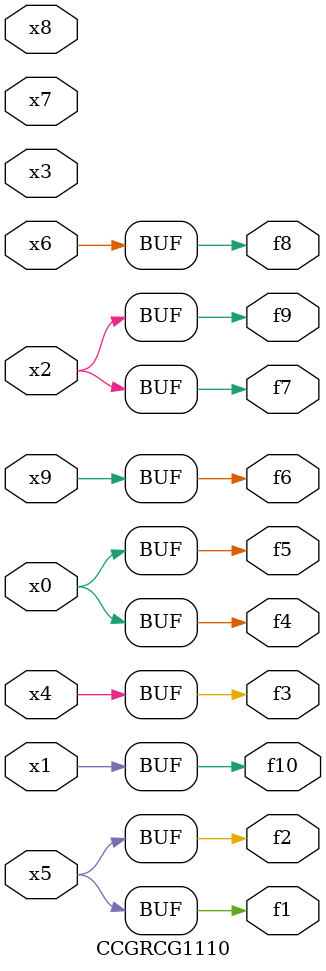
<source format=v>
module CCGRCG1110(
	input x0, x1, x2, x3, x4, x5, x6, x7, x8, x9,
	output f1, f2, f3, f4, f5, f6, f7, f8, f9, f10
);
	assign f1 = x5;
	assign f2 = x5;
	assign f3 = x4;
	assign f4 = x0;
	assign f5 = x0;
	assign f6 = x9;
	assign f7 = x2;
	assign f8 = x6;
	assign f9 = x2;
	assign f10 = x1;
endmodule

</source>
